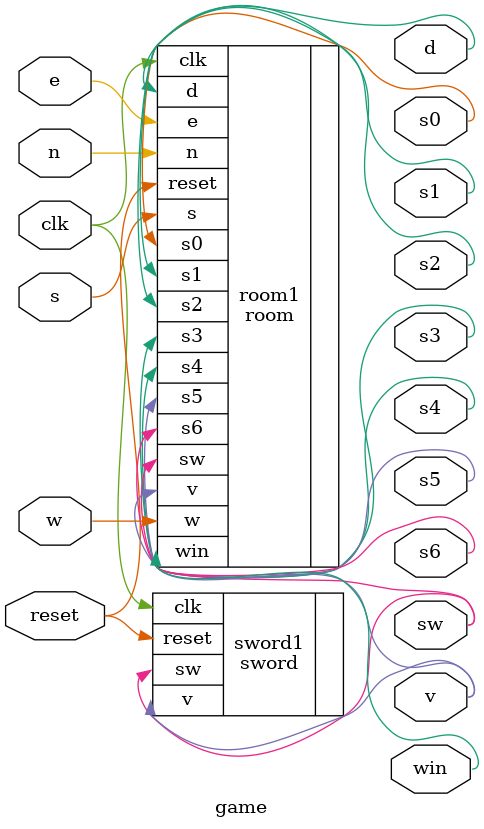
<source format=v>
module game (
    input clk, n, s, e, w, reset,
    output sw, v, win, d, s6, s5, s4, s3, s2, s1, s0
);
    
    sword sword1 (
        .sw(sw),
        .reset(reset),
        .clk(clk),
        .v(v)
    );
    
    room room1 (
        .clk(clk),
        .n(n),
        .s(s),
        .e(e),
        .w(w),
        .v(v),
        .reset(reset),
        .sw(sw),
        .win(win),
        .d(d),
        .s6(s6),
        .s5(s5),
        .s4(s4),
        .s3(s3),
        .s2(s2),
        .s1(s1),
        .s0(s0)
    );
endmodule
</source>
